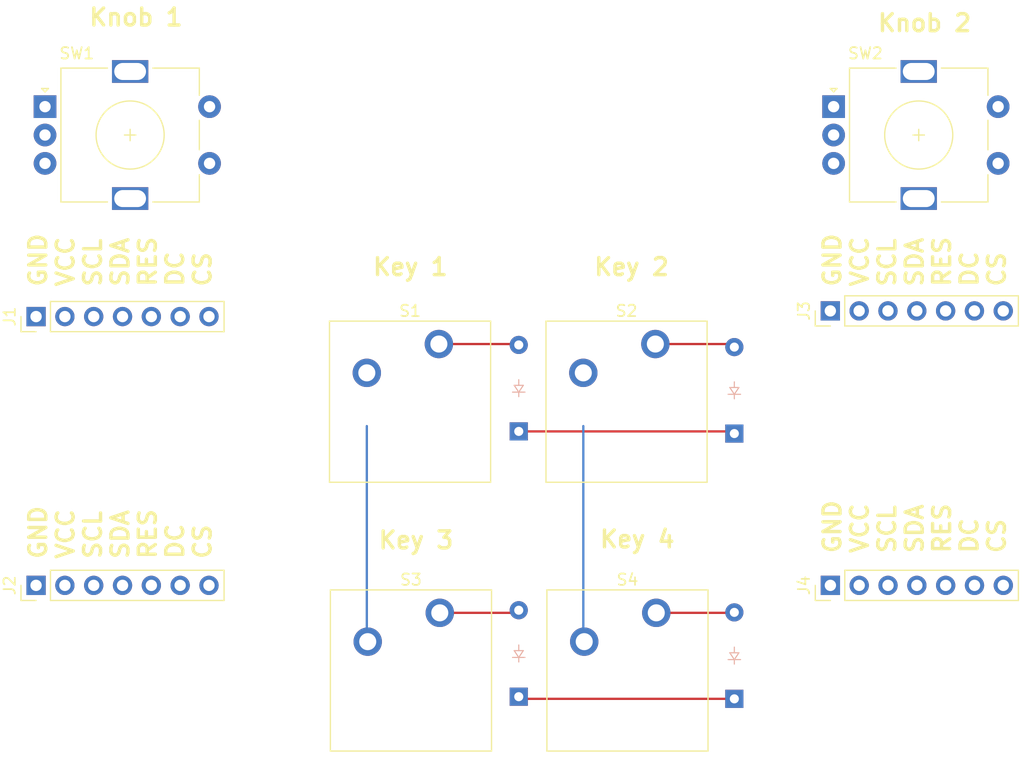
<source format=kicad_pcb>
(kicad_pcb (version 20241229) (generator "pcbnew") (generator_version "9.0")
  (layers (0 "F.Cu" signal) (2 "B.Cu" signal) (13 "F.Paste" user) (15 "B.Paste" user) (5 "F.SilkS" user "F.Silkscreen") (7 "B.SilkS" user "B.Silkscreen") (1 "F.Mask" user) (3 "B.Mask" user) (25 "Edge.Cuts" user))
  (net 0 "")
  (net 1 "Row 0")
  (net 2 "Net-(D1-A)")
  (net 3 "Net-(D2-A)")
  (net 4 "Net-(D4-A)")
  (net 5 "Row 1")
  (net 6 "Net-(D5-A)")
  (net 7 "Col 0")
  (net 8 "Col 1")
  (net 9 "Up1")
  (net 10 "Push1")
  (net 11 "Down1")
  (net 12 "GND")
  (net 13 "Down2")
  (net 14 "Up2")
  (footprint "Rotary_Encoder:RotaryEncoder_Alps_EC11E-Switch_Vertical_H20mm" (layer "F.Cu") (at 77.25 52.5)
    (property "Reference" "SW1" (at 2.8 -4.7 0) (layer "F.SilkS"))
    (property "Value" "RotaryEncoder_Switch" (hide yes))
    (fp_line (start -0.3 -1.6) (end 0.3 -1.6) (stroke (width 0.12)) (layer "F.SilkS"))
    (fp_line (start 0 -1.3) (end -0.3 -1.6) (stroke (width 0.12)) (layer "F.SilkS"))
    (fp_line (start 0.3 -1.6) (end 0 -1.3) (stroke (width 0.12)) (layer "F.SilkS"))
    (fp_line (start 1.4 -3.4) (end 1.4 8.4) (stroke (width 0.12)) (layer "F.SilkS"))
    (fp_line (start 5.5 -3.4) (end 1.4 -3.4) (stroke (width 0.12)) (layer "F.SilkS"))
    (fp_line (start 5.5 8.4) (end 1.4 8.4) (stroke (width 0.12)) (layer "F.SilkS"))
    (fp_line (start 7 2.5) (end 8 2.5) (stroke (width 0.12)) (layer "F.SilkS"))
    (fp_line (start 7.5 2) (end 7.5 3) (stroke (width 0.12)) (layer "F.SilkS"))
    (fp_line (start 9.5 -3.4) (end 13.6 -3.4) (stroke (width 0.12)) (layer "F.SilkS"))
    (fp_line (start 13.6 -3.4) (end 13.6 -1) (stroke (width 0.12)) (layer "F.SilkS"))
    (fp_line (start 13.6 1.2) (end 13.6 3.8) (stroke (width 0.12)) (layer "F.SilkS"))
    (fp_line (start 13.6 6) (end 13.6 8.4) (stroke (width 0.12)) (layer "F.SilkS"))
    (fp_line (start 13.6 8.4) (end 9.5 8.4) (stroke (width 0.12)) (layer "F.SilkS"))
    (fp_circle (center 7.5 2.5) (end 10.5 2.5) (stroke (width 0.12)) (fill no) (layer "F.SilkS"))
    (pad "A" thru_hole rect (at 0 0) (size 2 2) (drill 1) (layers "*.Cu" "*.Mask") (net 9 "Up1"))
    (pad "B" thru_hole circle (at 0 5) (size 2 2) (drill 1) (layers "*.Cu" "*.Mask") (net 11 "Down1"))
    (pad "C" thru_hole circle (at 0 2.5) (size 2 2) (drill 1) (layers "*.Cu" "*.Mask") (net 12 "GND"))
    (pad "MP" thru_hole rect (at 7.5 -3.1) (size 3.2 2) (drill oval 2.8 1.5) (layers "*.Cu" "*.Mask"))
    (pad "MP" thru_hole rect (at 7.5 8.1) (size 3.2 2) (drill oval 2.8 1.5) (layers "*.Cu" "*.Mask"))
    (pad "S1" thru_hole circle (at 14.5 5) (size 2 2) (drill 1) (layers "*.Cu" "*.Mask") (net 12 "GND"))
    (pad "S2" thru_hole circle (at 14.5 0) (size 2 2) (drill 1) (layers "*.Cu" "*.Mask") (net 10 "Push1"))
  )
  (footprint "ScottoKeebs_MX:MX_PCB_1.00u" (layer "F.Cu") (at 128.58 102.19)
    (property "Reference" "S4" (at 0 -8 0) (layer "F.SilkS"))
    (property "Value" "Keyswitch")
    (fp_line (start -7.1 -7.1) (end -7.1 7.1) (stroke (width 0.12)) (layer "F.SilkS"))
    (fp_line (start -7.1 7.1) (end 7.1 7.1) (stroke (width 0.12)) (layer "F.SilkS"))
    (fp_line (start 7.1 -7.1) (end -7.1 -7.1) (stroke (width 0.12)) (layer "F.SilkS"))
    (fp_line (start 7.1 7.1) (end 7.1 -7.1) (stroke (width 0.12)) (layer "F.SilkS"))
    (pad "" np_thru_hole circle (at -5.08 0) (size 1.75 1.75) (drill 1.75) (layers "*.Cu" "*.Mask"))
    (pad "" np_thru_hole circle (at 0 0) (size 4 4) (drill 4) (layers "*.Cu" "*.Mask"))
    (pad "" np_thru_hole circle (at 5.08 0) (size 1.75 1.75) (drill 1.75) (layers "*.Cu" "*.Mask"))
    (pad "1" thru_hole circle (at -3.81 -2.54) (size 2.5 2.5) (drill 1.5) (layers "*.Cu" "*.Mask") (net 8 "Col 1"))
    (pad "2" thru_hole circle (at 2.54 -5.08) (size 2.5 2.5) (drill 1.5) (layers "*.Cu" "*.Mask") (net 6 "Net-(D5-A)"))
  )
  (footprint "Connector_PinHeader_2.54mm:PinHeader_1x07_P2.54mm_Vertical" (layer "F.Cu") (at 146.465 94.69 90)
    (property "Reference" "J4" (at 0 -2.33 90) (layer "F.SilkS"))
    (property "Value" "Conn_01x07_Pin" (hide yes))
    (fp_line (start -1.33 -1.33) (end 0 -1.33) (stroke (width 0.12)) (layer "F.SilkS"))
    (fp_line (start -1.33 0) (end -1.33 -1.33) (stroke (width 0.12)) (layer "F.SilkS"))
    (fp_line (start 1.33 1.27) (end 1.33 16.57) (stroke (width 0.12)) (layer "F.SilkS"))
    (fp_line (start -1.33 1.27) (end 1.33 1.27) (stroke (width 0.12)) (layer "F.SilkS"))
    (fp_line (start -1.33 1.27) (end -1.33 16.57) (stroke (width 0.12)) (layer "F.SilkS"))
    (fp_line (start -1.33 16.57) (end 1.33 16.57) (stroke (width 0.12)) (layer "F.SilkS"))
    (pad "1" thru_hole rect (at 0 0 90) (size 1.7 1.7) (drill 1) (layers "*.Cu" "*.Mask"))
    (pad "2" thru_hole oval (at 0 2.54 90) (size 1.7 1.7) (drill 1) (layers "*.Cu" "*.Mask"))
    (pad "3" thru_hole oval (at 0 5.08 90) (size 1.7 1.7) (drill 1) (layers "*.Cu" "*.Mask"))
    (pad "4" thru_hole oval (at 0 7.62 90) (size 1.7 1.7) (drill 1) (layers "*.Cu" "*.Mask"))
    (pad "5" thru_hole oval (at 0 10.16 90) (size 1.7 1.7) (drill 1) (layers "*.Cu" "*.Mask"))
    (pad "6" thru_hole oval (at 0 12.7 90) (size 1.7 1.7) (drill 1) (layers "*.Cu" "*.Mask"))
    (pad "7" thru_hole oval (at 0 15.24 90) (size 1.7 1.7) (drill 1) (layers "*.Cu" "*.Mask"))
  )
  (footprint "Connector_PinHeader_2.54mm:PinHeader_1x07_P2.54mm_Vertical" (layer "F.Cu") (at 76.46 71 90)
    (property "Reference" "J1" (at 0 -2.33 90) (layer "F.SilkS"))
    (property "Value" "Conn_01x07_Pin" (hide yes))
    (fp_line (start -1.33 -1.33) (end 0 -1.33) (stroke (width 0.12)) (layer "F.SilkS"))
    (fp_line (start -1.33 0) (end -1.33 -1.33) (stroke (width 0.12)) (layer "F.SilkS"))
    (fp_line (start 1.33 1.27) (end 1.33 16.57) (stroke (width 0.12)) (layer "F.SilkS"))
    (fp_line (start -1.33 1.27) (end 1.33 1.27) (stroke (width 0.12)) (layer "F.SilkS"))
    (fp_line (start -1.33 1.27) (end -1.33 16.57) (stroke (width 0.12)) (layer "F.SilkS"))
    (fp_line (start -1.33 16.57) (end 1.33 16.57) (stroke (width 0.12)) (layer "F.SilkS"))
    (pad "1" thru_hole rect (at 0 0 90) (size 1.7 1.7) (drill 1) (layers "*.Cu" "*.Mask"))
    (pad "2" thru_hole oval (at 0 2.54 90) (size 1.7 1.7) (drill 1) (layers "*.Cu" "*.Mask"))
    (pad "3" thru_hole oval (at 0 5.08 90) (size 1.7 1.7) (drill 1) (layers "*.Cu" "*.Mask"))
    (pad "4" thru_hole oval (at 0 7.62 90) (size 1.7 1.7) (drill 1) (layers "*.Cu" "*.Mask"))
    (pad "5" thru_hole oval (at 0 10.16 90) (size 1.7 1.7) (drill 1) (layers "*.Cu" "*.Mask"))
    (pad "6" thru_hole oval (at 0 12.7 90) (size 1.7 1.7) (drill 1) (layers "*.Cu" "*.Mask"))
    (pad "7" thru_hole oval (at 0 15.24 90) (size 1.7 1.7) (drill 1) (layers "*.Cu" "*.Mask"))
  )
  (footprint "ScottoKeebs_MX:MX_PCB_1.00u" (layer "F.Cu") (at 109.5 102.19)
    (property "Reference" "S3" (at 0 -8 0) (layer "F.SilkS"))
    (property "Value" "Keyswitch")
    (fp_line (start -7.1 -7.1) (end -7.1 7.1) (stroke (width 0.12)) (layer "F.SilkS"))
    (fp_line (start -7.1 7.1) (end 7.1 7.1) (stroke (width 0.12)) (layer "F.SilkS"))
    (fp_line (start 7.1 -7.1) (end -7.1 -7.1) (stroke (width 0.12)) (layer "F.SilkS"))
    (fp_line (start 7.1 7.1) (end 7.1 -7.1) (stroke (width 0.12)) (layer "F.SilkS"))
    (pad "" np_thru_hole circle (at -5.08 0) (size 1.75 1.75) (drill 1.75) (layers "*.Cu" "*.Mask"))
    (pad "" np_thru_hole circle (at 0 0) (size 4 4) (drill 4) (layers "*.Cu" "*.Mask"))
    (pad "" np_thru_hole circle (at 5.08 0) (size 1.75 1.75) (drill 1.75) (layers "*.Cu" "*.Mask"))
    (pad "1" thru_hole circle (at -3.81 -2.54) (size 2.5 2.5) (drill 1.5) (layers "*.Cu" "*.Mask") (net 7 "Col 0"))
    (pad "2" thru_hole circle (at 2.54 -5.08) (size 2.5 2.5) (drill 1.5) (layers "*.Cu" "*.Mask") (net 4 "Net-(D4-A)"))
  )
  (footprint "Connector_PinHeader_2.54mm:PinHeader_1x07_P2.54mm_Vertical" (layer "F.Cu") (at 146.46 70.5 90)
    (property "Reference" "J3" (at 0 -2.33 90) (layer "F.SilkS"))
    (property "Value" "Conn_01x07_Pin" (hide yes))
    (fp_line (start -1.33 -1.33) (end 0 -1.33) (stroke (width 0.12)) (layer "F.SilkS"))
    (fp_line (start -1.33 0) (end -1.33 -1.33) (stroke (width 0.12)) (layer "F.SilkS"))
    (fp_line (start 1.33 1.27) (end 1.33 16.57) (stroke (width 0.12)) (layer "F.SilkS"))
    (fp_line (start -1.33 1.27) (end 1.33 1.27) (stroke (width 0.12)) (layer "F.SilkS"))
    (fp_line (start -1.33 1.27) (end -1.33 16.57) (stroke (width 0.12)) (layer "F.SilkS"))
    (fp_line (start -1.33 16.57) (end 1.33 16.57) (stroke (width 0.12)) (layer "F.SilkS"))
    (pad "1" thru_hole rect (at 0 0 90) (size 1.7 1.7) (drill 1) (layers "*.Cu" "*.Mask"))
    (pad "2" thru_hole oval (at 0 2.54 90) (size 1.7 1.7) (drill 1) (layers "*.Cu" "*.Mask"))
    (pad "3" thru_hole oval (at 0 5.08 90) (size 1.7 1.7) (drill 1) (layers "*.Cu" "*.Mask"))
    (pad "4" thru_hole oval (at 0 7.62 90) (size 1.7 1.7) (drill 1) (layers "*.Cu" "*.Mask"))
    (pad "5" thru_hole oval (at 0 10.16 90) (size 1.7 1.7) (drill 1) (layers "*.Cu" "*.Mask"))
    (pad "6" thru_hole oval (at 0 12.7 90) (size 1.7 1.7) (drill 1) (layers "*.Cu" "*.Mask"))
    (pad "7" thru_hole oval (at 0 15.24 90) (size 1.7 1.7) (drill 1) (layers "*.Cu" "*.Mask"))
  )
  (footprint "Connector_PinHeader_2.54mm:PinHeader_1x07_P2.54mm_Vertical" (layer "F.Cu") (at 76.46 94.69 90)
    (property "Reference" "J2" (at 0 -2.33 90) (layer "F.SilkS"))
    (property "Value" "Conn_01x07_Pin" (hide yes))
    (fp_line (start -1.33 -1.33) (end 0 -1.33) (stroke (width 0.12)) (layer "F.SilkS"))
    (fp_line (start -1.33 0) (end -1.33 -1.33) (stroke (width 0.12)) (layer "F.SilkS"))
    (fp_line (start 1.33 1.27) (end 1.33 16.57) (stroke (width 0.12)) (layer "F.SilkS"))
    (fp_line (start -1.33 1.27) (end 1.33 1.27) (stroke (width 0.12)) (layer "F.SilkS"))
    (fp_line (start -1.33 1.27) (end -1.33 16.57) (stroke (width 0.12)) (layer "F.SilkS"))
    (fp_line (start -1.33 16.57) (end 1.33 16.57) (stroke (width 0.12)) (layer "F.SilkS"))
    (pad "1" thru_hole rect (at 0 0 90) (size 1.7 1.7) (drill 1) (layers "*.Cu" "*.Mask"))
    (pad "2" thru_hole oval (at 0 2.54 90) (size 1.7 1.7) (drill 1) (layers "*.Cu" "*.Mask"))
    (pad "3" thru_hole oval (at 0 5.08 90) (size 1.7 1.7) (drill 1) (layers "*.Cu" "*.Mask"))
    (pad "4" thru_hole oval (at 0 7.62 90) (size 1.7 1.7) (drill 1) (layers "*.Cu" "*.Mask"))
    (pad "5" thru_hole oval (at 0 10.16 90) (size 1.7 1.7) (drill 1) (layers "*.Cu" "*.Mask"))
    (pad "6" thru_hole oval (at 0 12.7 90) (size 1.7 1.7) (drill 1) (layers "*.Cu" "*.Mask"))
    (pad "7" thru_hole oval (at 0 15.24 90) (size 1.7 1.7) (drill 1) (layers "*.Cu" "*.Mask"))
  )
  (footprint "ScottoKeebs_MX:MX_PCB_1.00u" (layer "F.Cu") (at 109.42 78.5)
    (property "Reference" "S1" (at 0 -8 0) (layer "F.SilkS"))
    (property "Value" "Keyswitch")
    (fp_line (start -7.1 -7.1) (end -7.1 7.1) (stroke (width 0.12)) (layer "F.SilkS"))
    (fp_line (start -7.1 7.1) (end 7.1 7.1) (stroke (width 0.12)) (layer "F.SilkS"))
    (fp_line (start 7.1 -7.1) (end -7.1 -7.1) (stroke (width 0.12)) (layer "F.SilkS"))
    (fp_line (start 7.1 7.1) (end 7.1 -7.1) (stroke (width 0.12)) (layer "F.SilkS"))
    (pad "" np_thru_hole circle (at -5.08 0) (size 1.75 1.75) (drill 1.75) (layers "*.Cu" "*.Mask"))
    (pad "" np_thru_hole circle (at 0 0) (size 4 4) (drill 4) (layers "*.Cu" "*.Mask"))
    (pad "" np_thru_hole circle (at 5.08 0) (size 1.75 1.75) (drill 1.75) (layers "*.Cu" "*.Mask"))
    (pad "1" thru_hole circle (at -3.81 -2.54) (size 2.5 2.5) (drill 1.5) (layers "*.Cu" "*.Mask") (net 7 "Col 0"))
    (pad "2" thru_hole circle (at 2.54 -5.08) (size 2.5 2.5) (drill 1.5) (layers "*.Cu" "*.Mask") (net 2 "Net-(D1-A)"))
  )
  (footprint "ScottoKeebs_MX:MX_PCB_1.00u" (layer "F.Cu") (at 128.5 78.5)
    (property "Reference" "S2" (at 0 -8 0) (layer "F.SilkS"))
    (property "Value" "Keyswitch")
    (fp_line (start -7.1 -7.1) (end -7.1 7.1) (stroke (width 0.12)) (layer "F.SilkS"))
    (fp_line (start -7.1 7.1) (end 7.1 7.1) (stroke (width 0.12)) (layer "F.SilkS"))
    (fp_line (start 7.1 -7.1) (end -7.1 -7.1) (stroke (width 0.12)) (layer "F.SilkS"))
    (fp_line (start 7.1 7.1) (end 7.1 -7.1) (stroke (width 0.12)) (layer "F.SilkS"))
    (pad "" np_thru_hole circle (at -5.08 0) (size 1.75 1.75) (drill 1.75) (layers "*.Cu" "*.Mask"))
    (pad "" np_thru_hole circle (at 0 0) (size 4 4) (drill 4) (layers "*.Cu" "*.Mask"))
    (pad "" np_thru_hole circle (at 5.08 0) (size 1.75 1.75) (drill 1.75) (layers "*.Cu" "*.Mask"))
    (pad "1" thru_hole circle (at -3.81 -2.54) (size 2.5 2.5) (drill 1.5) (layers "*.Cu" "*.Mask") (net 8 "Col 1"))
    (pad "2" thru_hole circle (at 2.54 -5.08) (size 2.5 2.5) (drill 1.5) (layers "*.Cu" "*.Mask") (net 3 "Net-(D2-A)"))
  )
  (footprint "Rotary_Encoder:RotaryEncoder_Alps_EC11E-Switch_Vertical_H20mm" (layer "F.Cu") (at 146.75 52.5)
    (property "Reference" "SW2" (at 2.8 -4.7 0) (layer "F.SilkS"))
    (property "Value" "RotaryEncoder_Switch" (hide yes))
    (fp_line (start -0.3 -1.6) (end 0.3 -1.6) (stroke (width 0.12)) (layer "F.SilkS"))
    (fp_line (start 0 -1.3) (end -0.3 -1.6) (stroke (width 0.12)) (layer "F.SilkS"))
    (fp_line (start 0.3 -1.6) (end 0 -1.3) (stroke (width 0.12)) (layer "F.SilkS"))
    (fp_line (start 1.4 -3.4) (end 1.4 8.4) (stroke (width 0.12)) (layer "F.SilkS"))
    (fp_line (start 5.5 -3.4) (end 1.4 -3.4) (stroke (width 0.12)) (layer "F.SilkS"))
    (fp_line (start 5.5 8.4) (end 1.4 8.4) (stroke (width 0.12)) (layer "F.SilkS"))
    (fp_line (start 7 2.5) (end 8 2.5) (stroke (width 0.12)) (layer "F.SilkS"))
    (fp_line (start 7.5 2) (end 7.5 3) (stroke (width 0.12)) (layer "F.SilkS"))
    (fp_line (start 9.5 -3.4) (end 13.6 -3.4) (stroke (width 0.12)) (layer "F.SilkS"))
    (fp_line (start 13.6 -3.4) (end 13.6 -1) (stroke (width 0.12)) (layer "F.SilkS"))
    (fp_line (start 13.6 1.2) (end 13.6 3.8) (stroke (width 0.12)) (layer "F.SilkS"))
    (fp_line (start 13.6 6) (end 13.6 8.4) (stroke (width 0.12)) (layer "F.SilkS"))
    (fp_line (start 13.6 8.4) (end 9.5 8.4) (stroke (width 0.12)) (layer "F.SilkS"))
    (fp_circle (center 7.5 2.5) (end 10.5 2.5) (stroke (width 0.12)) (fill no) (layer "F.SilkS"))
    (pad "A" thru_hole rect (at 0 0) (size 2 2) (drill 1) (layers "*.Cu" "*.Mask") (net 14 "Up2"))
    (pad "B" thru_hole circle (at 0 5) (size 2 2) (drill 1) (layers "*.Cu" "*.Mask") (net 13 "Down2"))
    (pad "C" thru_hole circle (at 0 2.5) (size 2 2) (drill 1) (layers "*.Cu" "*.Mask") (net 12 "GND"))
    (pad "MP" thru_hole rect (at 7.5 -3.1) (size 3.2 2) (drill oval 2.8 1.5) (layers "*.Cu" "*.Mask"))
    (pad "MP" thru_hole rect (at 7.5 8.1) (size 3.2 2) (drill oval 2.8 1.5) (layers "*.Cu" "*.Mask"))
    (pad "S1" thru_hole circle (at 14.5 5) (size 2 2) (drill 1) (layers "*.Cu" "*.Mask") (net 12 "GND"))
    (pad "S2" thru_hole circle (at 14.5 0) (size 2 2) (drill 1) (layers "*.Cu" "*.Mask") (net 10 "Push1"))
  )
  (footprint "ScottoKeebs_Components:Diode_DO-35" (layer "B.Cu") (at 119 104.5 90)
    (property "Reference" "D4" (hide yes))
    (property "Value" "Diode" (hide yes))
    (fp_line (start 4.06 -0.4) (end 3.46 0) (stroke (width 0.1)) (layer "B.SilkS"))
    (fp_line (start 4.06 0) (end 4.56 0) (stroke (width 0.1)) (layer "B.SilkS"))
    (fp_line (start 3.46 0) (end 4.06 0.4) (stroke (width 0.1)) (layer "B.SilkS"))
    (fp_line (start 3.06 0) (end 3.46 0) (stroke (width 0.1)) (layer "B.SilkS"))
    (fp_line (start 4.06 0.4) (end 4.06 -0.4) (stroke (width 0.1)) (layer "B.SilkS"))
    (fp_line (start 3.46 0.55) (end 3.46 -0.55) (stroke (width 0.1)) (layer "B.SilkS"))
    (pad "1" thru_hole rect (at 0 0 90) (size 1.6 1.6) (drill 0.8) (layers "*.Cu" "*.Mask") (net 5 "Row 1"))
    (pad "2" thru_hole oval (at 7.62 0 90) (size 1.6 1.6) (drill 0.8) (layers "*.Cu" "*.Mask") (net 4 "Net-(D4-A)"))
  )
  (footprint "ScottoKeebs_Components:Diode_DO-35" (layer "B.Cu") (at 119 81.12 90)
    (property "Reference" "D1" (hide yes))
    (property "Value" "Diode" (hide yes))
    (fp_line (start 4.06 -0.4) (end 3.46 0) (stroke (width 0.1)) (layer "B.SilkS"))
    (fp_line (start 4.06 0) (end 4.56 0) (stroke (width 0.1)) (layer "B.SilkS"))
    (fp_line (start 3.46 0) (end 4.06 0.4) (stroke (width 0.1)) (layer "B.SilkS"))
    (fp_line (start 3.06 0) (end 3.46 0) (stroke (width 0.1)) (layer "B.SilkS"))
    (fp_line (start 4.06 0.4) (end 4.06 -0.4) (stroke (width 0.1)) (layer "B.SilkS"))
    (fp_line (start 3.46 0.55) (end 3.46 -0.55) (stroke (width 0.1)) (layer "B.SilkS"))
    (pad "1" thru_hole rect (at 0 0 90) (size 1.6 1.6) (drill 0.8) (layers "*.Cu" "*.Mask") (net 1 "Row 0"))
    (pad "2" thru_hole oval (at 7.62 0 90) (size 1.6 1.6) (drill 0.8) (layers "*.Cu" "*.Mask") (net 2 "Net-(D1-A)"))
  )
  (footprint "ScottoKeebs_Components:Diode_DO-35" (layer "B.Cu") (at 138 104.69 90)
    (property "Reference" "D5" (hide yes))
    (property "Value" "Diode" (hide yes))
    (fp_line (start 4.06 -0.4) (end 3.46 0) (stroke (width 0.1)) (layer "B.SilkS"))
    (fp_line (start 4.06 0) (end 4.56 0) (stroke (width 0.1)) (layer "B.SilkS"))
    (fp_line (start 3.46 0) (end 4.06 0.4) (stroke (width 0.1)) (layer "B.SilkS"))
    (fp_line (start 3.06 0) (end 3.46 0) (stroke (width 0.1)) (layer "B.SilkS"))
    (fp_line (start 4.06 0.4) (end 4.06 -0.4) (stroke (width 0.1)) (layer "B.SilkS"))
    (fp_line (start 3.46 0.55) (end 3.46 -0.55) (stroke (width 0.1)) (layer "B.SilkS"))
    (pad "1" thru_hole rect (at 0 0 90) (size 1.6 1.6) (drill 0.8) (layers "*.Cu" "*.Mask") (net 5 "Row 1"))
    (pad "2" thru_hole oval (at 7.62 0 90) (size 1.6 1.6) (drill 0.8) (layers "*.Cu" "*.Mask") (net 6 "Net-(D5-A)"))
  )
  (footprint "ScottoKeebs_Components:Diode_DO-35" (layer "B.Cu") (at 138 81.31 90)
    (property "Reference" "D2" (hide yes))
    (property "Value" "Diode" (hide yes))
    (fp_line (start 4.06 -0.4) (end 3.46 0) (stroke (width 0.1)) (layer "B.SilkS"))
    (fp_line (start 4.06 0) (end 4.56 0) (stroke (width 0.1)) (layer "B.SilkS"))
    (fp_line (start 3.46 0) (end 4.06 0.4) (stroke (width 0.1)) (layer "B.SilkS"))
    (fp_line (start 3.06 0) (end 3.46 0) (stroke (width 0.1)) (layer "B.SilkS"))
    (fp_line (start 4.06 0.4) (end 4.06 -0.4) (stroke (width 0.1)) (layer "B.SilkS"))
    (fp_line (start 3.46 0.55) (end 3.46 -0.55) (stroke (width 0.1)) (layer "B.SilkS"))
    (pad "1" thru_hole rect (at 0 0 90) (size 1.6 1.6) (drill 0.8) (layers "*.Cu" "*.Mask") (net 1 "Row 0"))
    (pad "2" thru_hole oval (at 7.62 0 90) (size 1.6 1.6) (drill 0.8) (layers "*.Cu" "*.Mask") (net 3 "Net-(D2-A)"))
  )
  (gr_text "GND\nVCC \nSCL \nSDA \nRES \nDC \nCS" (at 162 68.5 90) (layer "F.SilkS") (effects (font (size 1.5 1.5) (thickness 0.3) (bold yes)) (justify left bottom)))
  (gr_text "Knob 2" (at 150.5 46 0) (layer "F.SilkS") (effects (font (size 1.5 1.5) (thickness 0.3) (bold yes)) (justify left bottom)))
  (gr_text "Key 3\n\n" (at 106.5 94 0) (layer "F.SilkS") (effects (font (size 1.5 1.5) (thickness 0.3) (bold yes)) (justify left bottom)))
  (gr_text "Knob 1\n" (at 81 45.5 0) (layer "F.SilkS") (effects (font (size 1.5 1.5) (thickness 0.3) (bold yes)) (justify left bottom)))
  (gr_text "Key 4\n" (at 126 91.5 0) (layer "F.SilkS") (effects (font (size 1.5 1.5) (thickness 0.3) (bold yes)) (justify left bottom)))
  (gr_text "Key 1\n" (at 106 67.5 0) (layer "F.SilkS") (effects (font (size 1.5 1.5) (thickness 0.3) (bold yes)) (justify left bottom)))
  (gr_text "GND\nVCC \nSCL \nSDA \nRES \nDC \nCS" (at 162 92 90) (layer "F.SilkS") (effects (font (size 1.5 1.5) (thickness 0.3) (bold yes)) (justify left bottom)))
  (gr_text "GND\nVCC \nSCL \nSDA \nRES \nDC \nCS" (at 92 68.5 90) (layer "F.SilkS") (effects (font (size 1.5 1.5) (thickness 0.3) (bold yes)) (justify left bottom)))
  (gr_text "GND\nVCC \nSCL \nSDA \nRES \nDC \nCS" (at 92 92.5 90) (layer "F.SilkS") (effects (font (size 1.5 1.5) (thickness 0.3) (bold yes)) (justify left bottom)))
  (gr_text "Key 2\n" (at 125.5 67.5 0) (layer "F.SilkS") (effects (font (size 1.5 1.5) (thickness 0.3) (bold yes)) (justify left bottom)))
  (segment (start 137.81 81.12) (end 138 81.31) (width 0.2) (layer "F.Cu") (net 1))
  (segment (start 119 81.12) (end 137.81 81.12) (width 0.2) (layer "F.Cu") (net 1))
  (segment (start 118.92 73.42) (end 119 73.5) (width 0.2) (layer "F.Cu") (net 2))
  (segment (start 111.96 73.42) (end 118.92 73.42) (width 0.2) (layer "F.Cu") (net 2))
  (segment (start 131.04 73.42) (end 137.73 73.42) (width 0.2) (layer "F.Cu") (net 3))
  (segment (start 137.73 73.42) (end 138 73.69) (width 0.2) (layer "F.Cu") (net 3))
  (segment (start 118.77 97.11) (end 119 96.88) (width 0.2) (layer "F.Cu") (net 4))
  (segment (start 112.04 97.11) (end 118.77 97.11) (width 0.2) (layer "F.Cu") (net 4))
  (segment (start 119.19 104.69) (end 138 104.69) (width 0.2) (layer "F.Cu") (net 5))
  (segment (start 119 104.5) (end 119.19 104.69) (width 0.2) (layer "F.Cu") (net 5))
  (segment (start 131.12 97.11) (end 137.96 97.11) (width 0.2) (layer "F.Cu") (net 6))
  (segment (start 137.96 97.11) (end 138 97.07) (width 0.2) (layer "F.Cu") (net 6))
  (segment (start 105.61 80.65) (end 105.61 99.57) (width 0.2) (layer "B.Cu") (net 7))
  (segment (start 105.61 99.57) (end 105.69 99.65) (width 0.2) (layer "B.Cu") (net 7))
  (segment (start 124.69 99.57) (end 124.77 99.65) (width 0.2) (layer "B.Cu") (net 8))
  (segment (start 124.69 80.65) (end 124.69 99.57) (width 0.2) (layer "B.Cu") (net 8))
)
</source>
